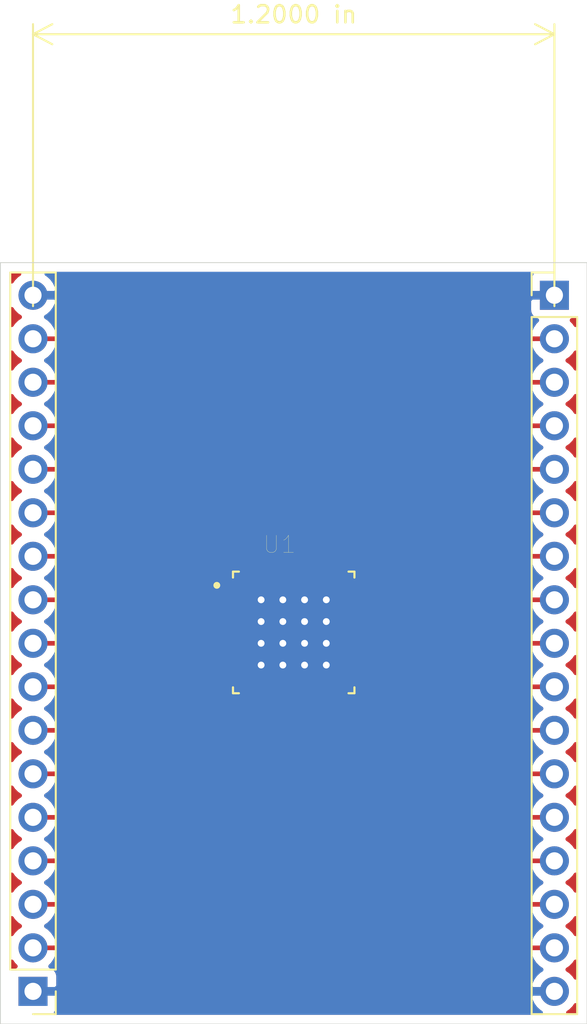
<source format=kicad_pcb>
(kicad_pcb (version 20171130) (host pcbnew "(5.1.5-0-10_14)")

  (general
    (thickness 1.6)
    (drawings 5)
    (tracks 153)
    (zones 0)
    (modules 3)
    (nets 32)
  )

  (page A4)
  (layers
    (0 F.Cu signal)
    (31 B.Cu signal)
    (32 B.Adhes user)
    (33 F.Adhes user)
    (34 B.Paste user)
    (35 F.Paste user)
    (36 B.SilkS user)
    (37 F.SilkS user)
    (38 B.Mask user)
    (39 F.Mask user)
    (40 Dwgs.User user)
    (41 Cmts.User user)
    (42 Eco1.User user)
    (43 Eco2.User user)
    (44 Edge.Cuts user)
    (45 Margin user)
    (46 B.CrtYd user)
    (47 F.CrtYd user)
    (48 B.Fab user)
    (49 F.Fab user)
  )

  (setup
    (last_trace_width 0.27)
    (user_trace_width 0.27)
    (trace_clearance 0.2)
    (zone_clearance 0.508)
    (zone_45_only no)
    (trace_min 0.2)
    (via_size 0.8)
    (via_drill 0.4)
    (via_min_size 0.4)
    (via_min_drill 0.3)
    (uvia_size 0.3)
    (uvia_drill 0.1)
    (uvias_allowed no)
    (uvia_min_size 0.2)
    (uvia_min_drill 0.1)
    (edge_width 0.05)
    (segment_width 0.2)
    (pcb_text_width 0.3)
    (pcb_text_size 1.5 1.5)
    (mod_edge_width 0.12)
    (mod_text_size 1 1)
    (mod_text_width 0.15)
    (pad_size 1.524 1.524)
    (pad_drill 0.762)
    (pad_to_mask_clearance 0.051)
    (solder_mask_min_width 0.25)
    (aux_axis_origin 0 0)
    (visible_elements FFFFFF7F)
    (pcbplotparams
      (layerselection 0x010fc_ffffffff)
      (usegerberextensions false)
      (usegerberattributes false)
      (usegerberadvancedattributes false)
      (creategerberjobfile false)
      (excludeedgelayer true)
      (linewidth 0.100000)
      (plotframeref false)
      (viasonmask false)
      (mode 1)
      (useauxorigin false)
      (hpglpennumber 1)
      (hpglpenspeed 20)
      (hpglpendiameter 15.000000)
      (psnegative false)
      (psa4output false)
      (plotreference true)
      (plotvalue true)
      (plotinvisibletext false)
      (padsonsilk false)
      (subtractmaskfromsilk false)
      (outputformat 1)
      (mirror false)
      (drillshape 0)
      (scaleselection 1)
      (outputdirectory ""))
  )

  (net 0 "")
  (net 1 EPAD)
  (net 2 "Net-(J1-Pad16)")
  (net 3 "Net-(J1-Pad15)")
  (net 4 "Net-(J1-Pad14)")
  (net 5 "Net-(J1-Pad13)")
  (net 6 "Net-(J1-Pad12)")
  (net 7 "Net-(J1-Pad11)")
  (net 8 "Net-(J1-Pad10)")
  (net 9 "Net-(J1-Pad9)")
  (net 10 "Net-(J1-Pad8)")
  (net 11 "Net-(J1-Pad7)")
  (net 12 "Net-(J1-Pad6)")
  (net 13 "Net-(J1-Pad5)")
  (net 14 "Net-(J1-Pad4)")
  (net 15 "Net-(J1-Pad3)")
  (net 16 "Net-(J1-Pad2)")
  (net 17 "Net-(J2-Pad16)")
  (net 18 "Net-(J2-Pad15)")
  (net 19 "Net-(J2-Pad14)")
  (net 20 "Net-(J2-Pad13)")
  (net 21 "Net-(J2-Pad12)")
  (net 22 "Net-(J2-Pad11)")
  (net 23 "Net-(J2-Pad10)")
  (net 24 "Net-(J2-Pad9)")
  (net 25 "Net-(J2-Pad8)")
  (net 26 "Net-(J2-Pad7)")
  (net 27 "Net-(J2-Pad6)")
  (net 28 "Net-(J2-Pad5)")
  (net 29 "Net-(J2-Pad4)")
  (net 30 "Net-(J2-Pad3)")
  (net 31 "Net-(J2-Pad2)")

  (net_class Default "This is the default net class."
    (clearance 0.2)
    (trace_width 0.25)
    (via_dia 0.8)
    (via_drill 0.4)
    (uvia_dia 0.3)
    (uvia_drill 0.1)
    (add_net EPAD)
    (add_net "Net-(J1-Pad10)")
    (add_net "Net-(J1-Pad11)")
    (add_net "Net-(J1-Pad12)")
    (add_net "Net-(J1-Pad13)")
    (add_net "Net-(J1-Pad14)")
    (add_net "Net-(J1-Pad15)")
    (add_net "Net-(J1-Pad16)")
    (add_net "Net-(J1-Pad2)")
    (add_net "Net-(J1-Pad3)")
    (add_net "Net-(J1-Pad4)")
    (add_net "Net-(J1-Pad5)")
    (add_net "Net-(J1-Pad6)")
    (add_net "Net-(J1-Pad7)")
    (add_net "Net-(J1-Pad8)")
    (add_net "Net-(J1-Pad9)")
    (add_net "Net-(J2-Pad10)")
    (add_net "Net-(J2-Pad11)")
    (add_net "Net-(J2-Pad12)")
    (add_net "Net-(J2-Pad13)")
    (add_net "Net-(J2-Pad14)")
    (add_net "Net-(J2-Pad15)")
    (add_net "Net-(J2-Pad16)")
    (add_net "Net-(J2-Pad2)")
    (add_net "Net-(J2-Pad3)")
    (add_net "Net-(J2-Pad4)")
    (add_net "Net-(J2-Pad5)")
    (add_net "Net-(J2-Pad6)")
    (add_net "Net-(J2-Pad7)")
    (add_net "Net-(J2-Pad8)")
    (add_net "Net-(J2-Pad9)")
  )

  (module L6207Q:QFN50P700X700X60-49N (layer F.Cu) (tedit 5EB09DF2) (tstamp 5EB0A6EA)
    (at 29.21 33.655)
    (path /5EB0BD35)
    (fp_text reference U1 (at -0.825 -5.135) (layer F.SilkS)
      (effects (font (size 1 1) (thickness 0.015)))
    )
    (fp_text value L6207Q (at 8.7 5.135) (layer F.Fab)
      (effects (font (size 1 1) (thickness 0.015)))
    )
    (fp_line (start 4.115 4.115) (end 4.115 -4.115) (layer F.CrtYd) (width 0.05))
    (fp_line (start -4.115 4.115) (end -4.115 -4.115) (layer F.CrtYd) (width 0.05))
    (fp_line (start -4.115 -4.115) (end 4.115 -4.115) (layer F.CrtYd) (width 0.05))
    (fp_line (start -4.115 4.115) (end 4.115 4.115) (layer F.CrtYd) (width 0.05))
    (fp_line (start -3.55 -3.55) (end -3.55 -3.205) (layer F.SilkS) (width 0.127))
    (fp_line (start -3.55 3.55) (end -3.55 3.205) (layer F.SilkS) (width 0.127))
    (fp_line (start 3.55 -3.55) (end 3.55 -3.205) (layer F.SilkS) (width 0.127))
    (fp_line (start 3.55 3.55) (end 3.55 3.205) (layer F.SilkS) (width 0.127))
    (fp_line (start -3.55 -3.55) (end -3.205 -3.55) (layer F.SilkS) (width 0.127))
    (fp_line (start -3.55 3.55) (end -3.205 3.55) (layer F.SilkS) (width 0.127))
    (fp_line (start 3.55 -3.55) (end 3.205 -3.55) (layer F.SilkS) (width 0.127))
    (fp_line (start 3.55 3.55) (end 3.205 3.55) (layer F.SilkS) (width 0.127))
    (fp_line (start -3.55 3.55) (end -3.55 -3.55) (layer F.Fab) (width 0.127))
    (fp_line (start 3.55 3.55) (end 3.55 -3.55) (layer F.Fab) (width 0.127))
    (fp_line (start 3.55 -3.55) (end -3.55 -3.55) (layer F.Fab) (width 0.127))
    (fp_line (start 3.55 3.55) (end -3.55 3.55) (layer F.Fab) (width 0.127))
    (fp_circle (center -4.495 -2.75) (end -4.395 -2.75) (layer F.Fab) (width 0.2))
    (fp_circle (center -4.495 -2.75) (end -4.395 -2.75) (layer F.SilkS) (width 0.2))
    (fp_poly (pts (xy 0.51 0.51) (xy 2.29 0.51) (xy 2.29 2.29) (xy 0.51 2.29)) (layer F.Paste) (width 0.01))
    (fp_poly (pts (xy -2.29 0.51) (xy -0.51 0.51) (xy -0.51 2.29) (xy -2.29 2.29)) (layer F.Paste) (width 0.01))
    (fp_poly (pts (xy 0.51 -2.29) (xy 2.29 -2.29) (xy 2.29 -0.51) (xy 0.51 -0.51)) (layer F.Paste) (width 0.01))
    (fp_poly (pts (xy -2.29 -2.29) (xy -0.51 -2.29) (xy -0.51 -0.51) (xy -2.29 -0.51)) (layer F.Paste) (width 0.01))
    (pad 49 smd rect (at 0 0) (size 5.6 5.6) (layers F.Cu F.Mask)
      (net 1 EPAD))
    (pad 36 smd rect (at 3.435 -2.75) (size 0.86 0.27) (layers F.Cu F.Paste F.Mask))
    (pad 35 smd rect (at 3.435 -2.25) (size 0.86 0.27) (layers F.Cu F.Paste F.Mask)
      (net 21 "Net-(J2-Pad12)"))
    (pad 34 smd rect (at 3.435 -1.75) (size 0.86 0.27) (layers F.Cu F.Paste F.Mask)
      (net 20 "Net-(J2-Pad13)"))
    (pad 33 smd rect (at 3.435 -1.25) (size 0.86 0.27) (layers F.Cu F.Paste F.Mask))
    (pad 32 smd rect (at 3.435 -0.75) (size 0.86 0.27) (layers F.Cu F.Paste F.Mask))
    (pad 31 smd rect (at 3.435 -0.25) (size 0.86 0.27) (layers F.Cu F.Paste F.Mask)
      (net 19 "Net-(J2-Pad14)"))
    (pad 30 smd rect (at 3.435 0.25) (size 0.86 0.27) (layers F.Cu F.Paste F.Mask))
    (pad 29 smd rect (at 3.435 0.75) (size 0.86 0.27) (layers F.Cu F.Paste F.Mask))
    (pad 28 smd rect (at 3.435 1.25) (size 0.86 0.27) (layers F.Cu F.Paste F.Mask))
    (pad 27 smd rect (at 3.435 1.75) (size 0.86 0.27) (layers F.Cu F.Paste F.Mask)
      (net 18 "Net-(J2-Pad15)"))
    (pad 26 smd rect (at 3.435 2.25) (size 0.86 0.27) (layers F.Cu F.Paste F.Mask)
      (net 17 "Net-(J2-Pad16)"))
    (pad 25 smd rect (at 3.435 2.75) (size 0.86 0.27) (layers F.Cu F.Paste F.Mask))
    (pad 12 smd rect (at -3.435 2.75) (size 0.86 0.27) (layers F.Cu F.Paste F.Mask))
    (pad 11 smd rect (at -3.435 2.25) (size 0.86 0.27) (layers F.Cu F.Paste F.Mask)
      (net 6 "Net-(J1-Pad12)"))
    (pad 10 smd rect (at -3.435 1.75) (size 0.86 0.27) (layers F.Cu F.Paste F.Mask)
      (net 5 "Net-(J1-Pad13)"))
    (pad 9 smd rect (at -3.435 1.25) (size 0.86 0.27) (layers F.Cu F.Paste F.Mask))
    (pad 8 smd rect (at -3.435 0.75) (size 0.86 0.27) (layers F.Cu F.Paste F.Mask))
    (pad 7 smd rect (at -3.435 0.25) (size 0.86 0.27) (layers F.Cu F.Paste F.Mask))
    (pad 6 smd rect (at -3.435 -0.25) (size 0.86 0.27) (layers F.Cu F.Paste F.Mask)
      (net 4 "Net-(J1-Pad14)"))
    (pad 5 smd rect (at -3.435 -0.75) (size 0.86 0.27) (layers F.Cu F.Paste F.Mask))
    (pad 4 smd rect (at -3.435 -1.25) (size 0.86 0.27) (layers F.Cu F.Paste F.Mask))
    (pad 3 smd rect (at -3.435 -1.75) (size 0.86 0.27) (layers F.Cu F.Paste F.Mask)
      (net 3 "Net-(J1-Pad15)"))
    (pad 2 smd rect (at -3.435 -2.25) (size 0.86 0.27) (layers F.Cu F.Paste F.Mask)
      (net 2 "Net-(J1-Pad16)"))
    (pad 1 smd rect (at -3.435 -2.75) (size 0.86 0.27) (layers F.Cu F.Paste F.Mask))
    (pad 48 smd rect (at -2.75 -3.435) (size 0.27 0.86) (layers F.Cu F.Paste F.Mask)
      (net 31 "Net-(J2-Pad2)"))
    (pad 47 smd rect (at -2.25 -3.435) (size 0.27 0.86) (layers F.Cu F.Paste F.Mask))
    (pad 46 smd rect (at -1.75 -3.435) (size 0.27 0.86) (layers F.Cu F.Paste F.Mask)
      (net 30 "Net-(J2-Pad3)"))
    (pad 45 smd rect (at -1.25 -3.435) (size 0.27 0.86) (layers F.Cu F.Paste F.Mask)
      (net 29 "Net-(J2-Pad4)"))
    (pad 44 smd rect (at -0.75 -3.435) (size 0.27 0.86) (layers F.Cu F.Paste F.Mask)
      (net 28 "Net-(J2-Pad5)"))
    (pad 43 smd rect (at -0.25 -3.435) (size 0.27 0.86) (layers F.Cu F.Paste F.Mask)
      (net 27 "Net-(J2-Pad6)"))
    (pad 42 smd rect (at 0.25 -3.435) (size 0.27 0.86) (layers F.Cu F.Paste F.Mask)
      (net 26 "Net-(J2-Pad7)"))
    (pad 41 smd rect (at 0.75 -3.435) (size 0.27 0.86) (layers F.Cu F.Paste F.Mask)
      (net 25 "Net-(J2-Pad8)"))
    (pad 40 smd rect (at 1.25 -3.435) (size 0.27 0.86) (layers F.Cu F.Paste F.Mask)
      (net 24 "Net-(J2-Pad9)"))
    (pad 39 smd rect (at 1.75 -3.435) (size 0.27 0.86) (layers F.Cu F.Paste F.Mask)
      (net 23 "Net-(J2-Pad10)"))
    (pad 38 smd rect (at 2.25 -3.435) (size 0.27 0.86) (layers F.Cu F.Paste F.Mask)
      (net 22 "Net-(J2-Pad11)"))
    (pad 37 smd rect (at 2.75 -3.435) (size 0.27 0.86) (layers F.Cu F.Paste F.Mask))
    (pad 24 smd rect (at 2.75 3.435) (size 0.27 0.86) (layers F.Cu F.Paste F.Mask))
    (pad 23 smd rect (at 2.25 3.435) (size 0.27 0.86) (layers F.Cu F.Paste F.Mask)
      (net 16 "Net-(J1-Pad2)"))
    (pad 22 smd rect (at 1.75 3.435) (size 0.27 0.86) (layers F.Cu F.Paste F.Mask)
      (net 15 "Net-(J1-Pad3)"))
    (pad 21 smd rect (at 1.25 3.435) (size 0.27 0.86) (layers F.Cu F.Paste F.Mask)
      (net 14 "Net-(J1-Pad4)"))
    (pad 20 smd rect (at 0.75 3.435) (size 0.27 0.86) (layers F.Cu F.Paste F.Mask)
      (net 13 "Net-(J1-Pad5)"))
    (pad 19 smd rect (at 0.25 3.435) (size 0.27 0.86) (layers F.Cu F.Paste F.Mask)
      (net 12 "Net-(J1-Pad6)"))
    (pad 18 smd rect (at -0.25 3.435) (size 0.27 0.86) (layers F.Cu F.Paste F.Mask)
      (net 11 "Net-(J1-Pad7)"))
    (pad 17 smd rect (at -0.75 3.435) (size 0.27 0.86) (layers F.Cu F.Paste F.Mask)
      (net 10 "Net-(J1-Pad8)"))
    (pad 16 smd rect (at -1.25 3.435) (size 0.27 0.86) (layers F.Cu F.Paste F.Mask)
      (net 9 "Net-(J1-Pad9)"))
    (pad 15 smd rect (at -1.75 3.435) (size 0.27 0.86) (layers F.Cu F.Paste F.Mask)
      (net 8 "Net-(J1-Pad10)"))
    (pad 14 smd rect (at -2.25 3.435) (size 0.27 0.86) (layers F.Cu F.Paste F.Mask))
    (pad 13 smd rect (at -2.75 3.435) (size 0.27 0.86) (layers F.Cu F.Paste F.Mask)
      (net 7 "Net-(J1-Pad11)"))
  )

  (module Connector_PinHeader_2.54mm:PinHeader_1x17_P2.54mm_Vertical (layer F.Cu) (tedit 59FED5CC) (tstamp 5EB0A69F)
    (at 44.45 13.97)
    (descr "Through hole straight pin header, 1x17, 2.54mm pitch, single row")
    (tags "Through hole pin header THT 1x17 2.54mm single row")
    (path /5EB1321A)
    (fp_text reference J2 (at 0 -2.33) (layer F.SilkS) hide
      (effects (font (size 1 1) (thickness 0.15)))
    )
    (fp_text value Conn_01x17_Female (at 0 42.97) (layer F.Fab) hide
      (effects (font (size 1 1) (thickness 0.15)))
    )
    (fp_text user %R (at 0 20.32 90) (layer F.Fab) hide
      (effects (font (size 1 1) (thickness 0.15)))
    )
    (fp_line (start 1.8 -1.8) (end -1.8 -1.8) (layer F.CrtYd) (width 0.05))
    (fp_line (start 1.8 42.45) (end 1.8 -1.8) (layer F.CrtYd) (width 0.05))
    (fp_line (start -1.8 42.45) (end 1.8 42.45) (layer F.CrtYd) (width 0.05))
    (fp_line (start -1.8 -1.8) (end -1.8 42.45) (layer F.CrtYd) (width 0.05))
    (fp_line (start -1.33 -1.33) (end 0 -1.33) (layer F.SilkS) (width 0.12))
    (fp_line (start -1.33 0) (end -1.33 -1.33) (layer F.SilkS) (width 0.12))
    (fp_line (start -1.33 1.27) (end 1.33 1.27) (layer F.SilkS) (width 0.12))
    (fp_line (start 1.33 1.27) (end 1.33 41.97) (layer F.SilkS) (width 0.12))
    (fp_line (start -1.33 1.27) (end -1.33 41.97) (layer F.SilkS) (width 0.12))
    (fp_line (start -1.33 41.97) (end 1.33 41.97) (layer F.SilkS) (width 0.12))
    (fp_line (start -1.27 -0.635) (end -0.635 -1.27) (layer F.Fab) (width 0.1))
    (fp_line (start -1.27 41.91) (end -1.27 -0.635) (layer F.Fab) (width 0.1))
    (fp_line (start 1.27 41.91) (end -1.27 41.91) (layer F.Fab) (width 0.1))
    (fp_line (start 1.27 -1.27) (end 1.27 41.91) (layer F.Fab) (width 0.1))
    (fp_line (start -0.635 -1.27) (end 1.27 -1.27) (layer F.Fab) (width 0.1))
    (pad 17 thru_hole oval (at 0 40.64) (size 1.7 1.7) (drill 1) (layers *.Cu *.Mask)
      (net 1 EPAD))
    (pad 16 thru_hole oval (at 0 38.1) (size 1.7 1.7) (drill 1) (layers *.Cu *.Mask)
      (net 17 "Net-(J2-Pad16)"))
    (pad 15 thru_hole oval (at 0 35.56) (size 1.7 1.7) (drill 1) (layers *.Cu *.Mask)
      (net 18 "Net-(J2-Pad15)"))
    (pad 14 thru_hole oval (at 0 33.02) (size 1.7 1.7) (drill 1) (layers *.Cu *.Mask)
      (net 19 "Net-(J2-Pad14)"))
    (pad 13 thru_hole oval (at 0 30.48) (size 1.7 1.7) (drill 1) (layers *.Cu *.Mask)
      (net 20 "Net-(J2-Pad13)"))
    (pad 12 thru_hole oval (at 0 27.94) (size 1.7 1.7) (drill 1) (layers *.Cu *.Mask)
      (net 21 "Net-(J2-Pad12)"))
    (pad 11 thru_hole oval (at 0 25.4) (size 1.7 1.7) (drill 1) (layers *.Cu *.Mask)
      (net 22 "Net-(J2-Pad11)"))
    (pad 10 thru_hole oval (at 0 22.86) (size 1.7 1.7) (drill 1) (layers *.Cu *.Mask)
      (net 23 "Net-(J2-Pad10)"))
    (pad 9 thru_hole oval (at 0 20.32) (size 1.7 1.7) (drill 1) (layers *.Cu *.Mask)
      (net 24 "Net-(J2-Pad9)"))
    (pad 8 thru_hole oval (at 0 17.78) (size 1.7 1.7) (drill 1) (layers *.Cu *.Mask)
      (net 25 "Net-(J2-Pad8)"))
    (pad 7 thru_hole oval (at 0 15.24) (size 1.7 1.7) (drill 1) (layers *.Cu *.Mask)
      (net 26 "Net-(J2-Pad7)"))
    (pad 6 thru_hole oval (at 0 12.7) (size 1.7 1.7) (drill 1) (layers *.Cu *.Mask)
      (net 27 "Net-(J2-Pad6)"))
    (pad 5 thru_hole oval (at 0 10.16) (size 1.7 1.7) (drill 1) (layers *.Cu *.Mask)
      (net 28 "Net-(J2-Pad5)"))
    (pad 4 thru_hole oval (at 0 7.62) (size 1.7 1.7) (drill 1) (layers *.Cu *.Mask)
      (net 29 "Net-(J2-Pad4)"))
    (pad 3 thru_hole oval (at 0 5.08) (size 1.7 1.7) (drill 1) (layers *.Cu *.Mask)
      (net 30 "Net-(J2-Pad3)"))
    (pad 2 thru_hole oval (at 0 2.54) (size 1.7 1.7) (drill 1) (layers *.Cu *.Mask)
      (net 31 "Net-(J2-Pad2)"))
    (pad 1 thru_hole rect (at 0 0) (size 1.7 1.7) (drill 1) (layers *.Cu *.Mask)
      (net 1 EPAD))
    (model ${KISYS3DMOD}/Connector_PinHeader_2.54mm.3dshapes/PinHeader_1x17_P2.54mm_Vertical.wrl
      (at (xyz 0 0 0))
      (scale (xyz 1 1 1))
      (rotate (xyz 0 0 0))
    )
  )

  (module Connector_PinHeader_2.54mm:PinHeader_1x17_P2.54mm_Vertical (layer F.Cu) (tedit 59FED5CC) (tstamp 5EB0ACC8)
    (at 13.97 54.61 180)
    (descr "Through hole straight pin header, 1x17, 2.54mm pitch, single row")
    (tags "Through hole pin header THT 1x17 2.54mm single row")
    (path /5EB0D015)
    (fp_text reference J1 (at 0 -2.33) (layer F.SilkS) hide
      (effects (font (size 1 1) (thickness 0.15)))
    )
    (fp_text value Conn_01x17_Female (at 0 42.97) (layer F.Fab) hide
      (effects (font (size 1 1) (thickness 0.15)))
    )
    (fp_text user %R (at 0 20.32 90) (layer F.Fab) hide
      (effects (font (size 1 1) (thickness 0.15)))
    )
    (fp_line (start 1.8 -1.8) (end -1.8 -1.8) (layer F.CrtYd) (width 0.05))
    (fp_line (start 1.8 42.45) (end 1.8 -1.8) (layer F.CrtYd) (width 0.05))
    (fp_line (start -1.8 42.45) (end 1.8 42.45) (layer F.CrtYd) (width 0.05))
    (fp_line (start -1.8 -1.8) (end -1.8 42.45) (layer F.CrtYd) (width 0.05))
    (fp_line (start -1.33 -1.33) (end 0 -1.33) (layer F.SilkS) (width 0.12))
    (fp_line (start -1.33 0) (end -1.33 -1.33) (layer F.SilkS) (width 0.12))
    (fp_line (start -1.33 1.27) (end 1.33 1.27) (layer F.SilkS) (width 0.12))
    (fp_line (start 1.33 1.27) (end 1.33 41.97) (layer F.SilkS) (width 0.12))
    (fp_line (start -1.33 1.27) (end -1.33 41.97) (layer F.SilkS) (width 0.12))
    (fp_line (start -1.33 41.97) (end 1.33 41.97) (layer F.SilkS) (width 0.12))
    (fp_line (start -1.27 -0.635) (end -0.635 -1.27) (layer F.Fab) (width 0.1))
    (fp_line (start -1.27 41.91) (end -1.27 -0.635) (layer F.Fab) (width 0.1))
    (fp_line (start 1.27 41.91) (end -1.27 41.91) (layer F.Fab) (width 0.1))
    (fp_line (start 1.27 -1.27) (end 1.27 41.91) (layer F.Fab) (width 0.1))
    (fp_line (start -0.635 -1.27) (end 1.27 -1.27) (layer F.Fab) (width 0.1))
    (pad 17 thru_hole oval (at 0 40.64 180) (size 1.7 1.7) (drill 1) (layers *.Cu *.Mask)
      (net 1 EPAD))
    (pad 16 thru_hole oval (at 0 38.1 180) (size 1.7 1.7) (drill 1) (layers *.Cu *.Mask)
      (net 2 "Net-(J1-Pad16)"))
    (pad 15 thru_hole oval (at 0 35.56 180) (size 1.7 1.7) (drill 1) (layers *.Cu *.Mask)
      (net 3 "Net-(J1-Pad15)"))
    (pad 14 thru_hole oval (at 0 33.02 180) (size 1.7 1.7) (drill 1) (layers *.Cu *.Mask)
      (net 4 "Net-(J1-Pad14)"))
    (pad 13 thru_hole oval (at 0 30.48 180) (size 1.7 1.7) (drill 1) (layers *.Cu *.Mask)
      (net 5 "Net-(J1-Pad13)"))
    (pad 12 thru_hole oval (at 0 27.94 180) (size 1.7 1.7) (drill 1) (layers *.Cu *.Mask)
      (net 6 "Net-(J1-Pad12)"))
    (pad 11 thru_hole oval (at 0 25.4 180) (size 1.7 1.7) (drill 1) (layers *.Cu *.Mask)
      (net 7 "Net-(J1-Pad11)"))
    (pad 10 thru_hole oval (at 0 22.86 180) (size 1.7 1.7) (drill 1) (layers *.Cu *.Mask)
      (net 8 "Net-(J1-Pad10)"))
    (pad 9 thru_hole oval (at 0 20.32 180) (size 1.7 1.7) (drill 1) (layers *.Cu *.Mask)
      (net 9 "Net-(J1-Pad9)"))
    (pad 8 thru_hole oval (at 0 17.78 180) (size 1.7 1.7) (drill 1) (layers *.Cu *.Mask)
      (net 10 "Net-(J1-Pad8)"))
    (pad 7 thru_hole oval (at 0 15.24 180) (size 1.7 1.7) (drill 1) (layers *.Cu *.Mask)
      (net 11 "Net-(J1-Pad7)"))
    (pad 6 thru_hole oval (at 0 12.7 180) (size 1.7 1.7) (drill 1) (layers *.Cu *.Mask)
      (net 12 "Net-(J1-Pad6)"))
    (pad 5 thru_hole oval (at 0 10.16 180) (size 1.7 1.7) (drill 1) (layers *.Cu *.Mask)
      (net 13 "Net-(J1-Pad5)"))
    (pad 4 thru_hole oval (at 0 7.62 180) (size 1.7 1.7) (drill 1) (layers *.Cu *.Mask)
      (net 14 "Net-(J1-Pad4)"))
    (pad 3 thru_hole oval (at 0 5.08 180) (size 1.7 1.7) (drill 1) (layers *.Cu *.Mask)
      (net 15 "Net-(J1-Pad3)"))
    (pad 2 thru_hole oval (at 0 2.54 180) (size 1.7 1.7) (drill 1) (layers *.Cu *.Mask)
      (net 16 "Net-(J1-Pad2)"))
    (pad 1 thru_hole rect (at 0 0 180) (size 1.7 1.7) (drill 1) (layers *.Cu *.Mask)
      (net 1 EPAD))
    (model ${KISYS3DMOD}/Connector_PinHeader_2.54mm.3dshapes/PinHeader_1x17_P2.54mm_Vertical.wrl
      (at (xyz 0 0 0))
      (scale (xyz 1 1 1))
      (rotate (xyz 0 0 0))
    )
  )

  (gr_line (start 46.355 12.065) (end 12.065 12.065) (layer Edge.Cuts) (width 0.05) (tstamp 5EB0B2D0))
  (gr_line (start 46.355 56.515) (end 46.355 12.065) (layer Edge.Cuts) (width 0.05))
  (gr_line (start 12.065 56.515) (end 46.355 56.515) (layer Edge.Cuts) (width 0.05))
  (gr_line (start 12.065 12.065) (end 12.065 56.515) (layer Edge.Cuts) (width 0.05))
  (dimension 30.48 (width 0.12) (layer F.SilkS) (tstamp 5EB0B1DC)
    (gr_text "30.480 mm" (at 29.21 -2.54) (layer F.SilkS) (tstamp 5EB0B1DD)
      (effects (font (size 1 1) (thickness 0.15)))
    )
    (feature1 (pts (xy 44.45 14.605) (xy 44.45 -1.856421)))
    (feature2 (pts (xy 13.97 14.605) (xy 13.97 -1.856421)))
    (crossbar (pts (xy 13.97 -1.27) (xy 44.45 -1.27)))
    (arrow1a (pts (xy 44.45 -1.27) (xy 43.323496 -0.683579)))
    (arrow1b (pts (xy 44.45 -1.27) (xy 43.323496 -1.856421)))
    (arrow2a (pts (xy 13.97 -1.27) (xy 15.096504 -0.683579)))
    (arrow2b (pts (xy 13.97 -1.27) (xy 15.096504 -1.856421)))
  )

  (via (at 28.575 34.29) (size 0.8) (drill 0.4) (layers F.Cu B.Cu) (net 1))
  (via (at 29.845 33.02) (size 0.8) (drill 0.4) (layers F.Cu B.Cu) (net 1))
  (via (at 27.305 33.02) (size 0.8) (drill 0.4) (layers F.Cu B.Cu) (net 1))
  (via (at 28.575 33.02) (size 0.8) (drill 0.4) (layers F.Cu B.Cu) (net 1))
  (via (at 27.305 31.75) (size 0.8) (drill 0.4) (layers F.Cu B.Cu) (net 1))
  (via (at 27.305 35.56) (size 0.8) (drill 0.4) (layers F.Cu B.Cu) (net 1))
  (via (at 28.575 35.56) (size 0.8) (drill 0.4) (layers F.Cu B.Cu) (net 1))
  (via (at 31.115 31.75) (size 0.8) (drill 0.4) (layers F.Cu B.Cu) (net 1))
  (via (at 28.575 31.75) (size 0.8) (drill 0.4) (layers F.Cu B.Cu) (net 1))
  (via (at 29.845 34.29) (size 0.8) (drill 0.4) (layers F.Cu B.Cu) (net 1))
  (via (at 31.115 33.02) (size 0.8) (drill 0.4) (layers F.Cu B.Cu) (net 1))
  (via (at 29.845 31.75) (size 0.8) (drill 0.4) (layers F.Cu B.Cu) (net 1))
  (via (at 31.115 34.29) (size 0.8) (drill 0.4) (layers F.Cu B.Cu) (net 1))
  (via (at 27.305 34.29) (size 0.8) (drill 0.4) (layers F.Cu B.Cu) (net 1))
  (via (at 29.845 35.56) (size 0.8) (drill 0.4) (layers F.Cu B.Cu) (net 1))
  (via (at 31.115 35.56) (size 0.8) (drill 0.4) (layers F.Cu B.Cu) (net 1))
  (segment (start 22.86 16.51) (end 13.97 16.51) (width 0.27) (layer F.Cu) (net 2))
  (segment (start 22.86 29.158002) (end 22.86 16.51) (width 0.27) (layer F.Cu) (net 2))
  (segment (start 25.106998 31.405) (end 22.86 29.158002) (width 0.27) (layer F.Cu) (net 2))
  (segment (start 25.775 31.405) (end 25.106998 31.405) (width 0.27) (layer F.Cu) (net 2))
  (segment (start 25.52501 31.87501) (end 24.912313 31.875009) (width 0.27) (layer F.Cu) (net 3))
  (segment (start 25.555 31.905) (end 25.52501 31.87501) (width 0.27) (layer F.Cu) (net 3))
  (segment (start 25.775 31.905) (end 25.555 31.905) (width 0.27) (layer F.Cu) (net 3))
  (segment (start 24.912313 31.875009) (end 22.38999 29.352686) (width 0.27) (layer F.Cu) (net 3))
  (segment (start 22.38999 29.352686) (end 22.38999 19.05) (width 0.27) (layer F.Cu) (net 3))
  (segment (start 22.38999 19.05) (end 13.97 19.05) (width 0.27) (layer F.Cu) (net 3))
  (segment (start 25.075 33.405) (end 21.59 29.92) (width 0.27) (layer F.Cu) (net 4))
  (segment (start 25.775 33.405) (end 25.075 33.405) (width 0.27) (layer F.Cu) (net 4))
  (segment (start 21.59 29.92) (end 21.59 21.59) (width 0.27) (layer F.Cu) (net 4))
  (segment (start 21.59 21.59) (end 13.97 21.59) (width 0.27) (layer F.Cu) (net 4))
  (segment (start 25.075 35.405) (end 20.32 30.65) (width 0.27) (layer F.Cu) (net 5))
  (segment (start 25.775 35.405) (end 25.075 35.405) (width 0.27) (layer F.Cu) (net 5))
  (segment (start 20.32 30.65) (end 20.32 24.13) (width 0.27) (layer F.Cu) (net 5))
  (segment (start 20.32 24.13) (end 13.97 24.13) (width 0.27) (layer F.Cu) (net 5))
  (segment (start 24.910306 35.905) (end 19.05 30.044694) (width 0.27) (layer F.Cu) (net 6))
  (segment (start 25.775 35.905) (end 24.910306 35.905) (width 0.27) (layer F.Cu) (net 6))
  (segment (start 19.05 30.044694) (end 19.05 26.67) (width 0.27) (layer F.Cu) (net 6))
  (segment (start 19.05 26.67) (end 13.97 26.67) (width 0.27) (layer F.Cu) (net 6))
  (segment (start 17.411998 29.21) (end 13.97 29.21) (width 0.27) (layer F.Cu) (net 7))
  (segment (start 25.291998 37.09) (end 17.411998 29.21) (width 0.27) (layer F.Cu) (net 7))
  (segment (start 26.46 37.09) (end 25.291998 37.09) (width 0.27) (layer F.Cu) (net 7))
  (segment (start 27.394999 37.855001) (end 25.155001 37.855001) (width 0.27) (layer F.Cu) (net 8))
  (segment (start 27.46 37.79) (end 27.394999 37.855001) (width 0.27) (layer F.Cu) (net 8))
  (segment (start 27.46 37.09) (end 27.46 37.79) (width 0.27) (layer F.Cu) (net 8))
  (segment (start 19.05 31.75) (end 13.97 31.75) (width 0.27) (layer F.Cu) (net 8))
  (segment (start 25.155001 37.855001) (end 19.05 31.75) (width 0.27) (layer F.Cu) (net 8))
  (segment (start 27.589683 38.325011) (end 24.355011 38.325011) (width 0.27) (layer F.Cu) (net 9))
  (segment (start 27.96 37.954694) (end 27.589683 38.325011) (width 0.27) (layer F.Cu) (net 9))
  (segment (start 27.96 37.09) (end 27.96 37.954694) (width 0.27) (layer F.Cu) (net 9))
  (segment (start 20.32 34.29) (end 13.97 34.29) (width 0.27) (layer F.Cu) (net 9))
  (segment (start 24.355011 38.325011) (end 20.32 34.29) (width 0.27) (layer F.Cu) (net 9))
  (segment (start 28.46 37.35) (end 28.43001 37.37999) (width 0.27) (layer F.Cu) (net 10))
  (segment (start 28.43001 37.37999) (end 28.43001 38.24499) (width 0.27) (layer F.Cu) (net 10))
  (segment (start 28.46 37.09) (end 28.46 37.35) (width 0.27) (layer F.Cu) (net 10))
  (segment (start 27.879979 38.795021) (end 23.555021 38.795021) (width 0.27) (layer F.Cu) (net 10))
  (segment (start 28.43001 38.24499) (end 27.879979 38.795021) (width 0.27) (layer F.Cu) (net 10))
  (segment (start 21.59 36.83) (end 13.97 36.83) (width 0.27) (layer F.Cu) (net 10))
  (segment (start 23.555021 38.795021) (end 21.59 36.83) (width 0.27) (layer F.Cu) (net 10))
  (segment (start 28.96 37.09) (end 28.96 38.985) (width 0.27) (layer F.Cu) (net 11))
  (segment (start 28.575 39.37) (end 13.97 39.37) (width 0.27) (layer F.Cu) (net 11))
  (segment (start 28.96 38.985) (end 28.575 39.37) (width 0.27) (layer F.Cu) (net 11))
  (segment (start 15.172081 41.91) (end 13.97 41.91) (width 0.27) (layer F.Cu) (net 12))
  (segment (start 29.46 39.149694) (end 26.699694 41.91) (width 0.27) (layer F.Cu) (net 12))
  (segment (start 26.699694 41.91) (end 15.172081 41.91) (width 0.27) (layer F.Cu) (net 12))
  (segment (start 29.46 37.09) (end 29.46 39.149694) (width 0.27) (layer F.Cu) (net 12))
  (segment (start 29.96 37.35) (end 29.93001 37.37999) (width 0.27) (layer F.Cu) (net 13))
  (segment (start 29.96 37.09) (end 29.96 37.35) (width 0.27) (layer F.Cu) (net 13))
  (segment (start 15.172081 44.45) (end 13.97 44.45) (width 0.27) (layer F.Cu) (net 13))
  (segment (start 24.824388 44.45) (end 15.172081 44.45) (width 0.27) (layer F.Cu) (net 13))
  (segment (start 29.930009 39.344379) (end 24.824388 44.45) (width 0.27) (layer F.Cu) (net 13))
  (segment (start 29.93001 37.37999) (end 29.930009 39.344379) (width 0.27) (layer F.Cu) (net 13))
  (segment (start 30.46 37.09) (end 30.46 39.35) (width 0.27) (layer F.Cu) (net 14))
  (segment (start 15.172081 46.99) (end 13.97 46.99) (width 0.27) (layer F.Cu) (net 14))
  (segment (start 30.400018 39.539064) (end 22.949082 46.99) (width 0.27) (layer F.Cu) (net 14))
  (segment (start 22.949082 46.99) (end 15.172081 46.99) (width 0.27) (layer F.Cu) (net 14))
  (segment (start 30.400019 39.409981) (end 30.400018 39.539064) (width 0.27) (layer F.Cu) (net 14))
  (segment (start 30.46 39.35) (end 30.400019 39.409981) (width 0.27) (layer F.Cu) (net 14))
  (segment (start 15.172081 49.53) (end 13.97 49.53) (width 0.27) (layer F.Cu) (net 15))
  (segment (start 30.96 39.643776) (end 21.073776 49.53) (width 0.27) (layer F.Cu) (net 15))
  (segment (start 21.073776 49.53) (end 15.172081 49.53) (width 0.27) (layer F.Cu) (net 15))
  (segment (start 30.96 37.09) (end 30.96 39.643776) (width 0.27) (layer F.Cu) (net 15))
  (segment (start 19.19847 52.07) (end 15.172081 52.07) (width 0.27) (layer F.Cu) (net 16))
  (segment (start 15.172081 52.07) (end 13.97 52.07) (width 0.27) (layer F.Cu) (net 16))
  (segment (start 31.46 39.80847) (end 19.19847 52.07) (width 0.27) (layer F.Cu) (net 16))
  (segment (start 31.46 37.09) (end 31.46 39.80847) (width 0.27) (layer F.Cu) (net 16))
  (segment (start 33.313002 35.905) (end 33.655 36.246998) (width 0.27) (layer F.Cu) (net 17))
  (segment (start 32.645 35.905) (end 33.313002 35.905) (width 0.27) (layer F.Cu) (net 17))
  (segment (start 33.655 36.246998) (end 33.655 52.07) (width 0.27) (layer F.Cu) (net 17))
  (segment (start 33.655 52.07) (end 44.45 52.07) (width 0.27) (layer F.Cu) (net 17))
  (segment (start 33.477696 35.405) (end 34.12501 36.052314) (width 0.27) (layer F.Cu) (net 18))
  (segment (start 32.645 35.405) (end 33.477696 35.405) (width 0.27) (layer F.Cu) (net 18))
  (segment (start 34.12501 36.052314) (end 34.12501 49.53) (width 0.27) (layer F.Cu) (net 18))
  (segment (start 34.12501 49.53) (end 44.45 49.53) (width 0.27) (layer F.Cu) (net 18))
  (segment (start 34.59502 46.99) (end 44.45 46.99) (width 0.27) (layer F.Cu) (net 19))
  (segment (start 34.59502 34.687018) (end 34.59502 46.99) (width 0.27) (layer F.Cu) (net 19))
  (segment (start 33.313002 33.405) (end 34.59502 34.687018) (width 0.27) (layer F.Cu) (net 19))
  (segment (start 32.645 33.405) (end 33.313002 33.405) (width 0.27) (layer F.Cu) (net 19))
  (segment (start 35.06503 33.657028) (end 35.06503 44.45) (width 0.27) (layer F.Cu) (net 20))
  (segment (start 33.313002 31.905) (end 35.06503 33.657028) (width 0.27) (layer F.Cu) (net 20))
  (segment (start 35.06503 44.45) (end 44.45 44.45) (width 0.27) (layer F.Cu) (net 20))
  (segment (start 32.645 31.905) (end 33.313002 31.905) (width 0.27) (layer F.Cu) (net 20))
  (segment (start 33.477696 31.405) (end 35.56 33.487304) (width 0.27) (layer F.Cu) (net 21))
  (segment (start 32.645 31.405) (end 33.477696 31.405) (width 0.27) (layer F.Cu) (net 21))
  (segment (start 35.56 33.487304) (end 35.56 41.91) (width 0.27) (layer F.Cu) (net 21))
  (segment (start 35.56 41.91) (end 44.45 41.91) (width 0.27) (layer F.Cu) (net 21))
  (segment (start 36.03001 39.37) (end 44.45 39.37) (width 0.27) (layer F.Cu) (net 22))
  (segment (start 32.363001 29.454999) (end 36.03001 33.122008) (width 0.27) (layer F.Cu) (net 22))
  (segment (start 31.46 30.22) (end 31.46 29.551998) (width 0.27) (layer F.Cu) (net 22))
  (segment (start 36.03001 33.122008) (end 36.03001 39.37) (width 0.27) (layer F.Cu) (net 22))
  (segment (start 31.556999 29.454999) (end 32.363001 29.454999) (width 0.27) (layer F.Cu) (net 22))
  (segment (start 31.46 29.551998) (end 31.556999 29.454999) (width 0.27) (layer F.Cu) (net 22))
  (segment (start 32.557686 28.98499) (end 36.50002 32.927324) (width 0.27) (layer F.Cu) (net 23))
  (segment (start 30.96 29.387304) (end 31.362315 28.984989) (width 0.27) (layer F.Cu) (net 23))
  (segment (start 31.362315 28.984989) (end 32.557686 28.98499) (width 0.27) (layer F.Cu) (net 23))
  (segment (start 30.96 30.22) (end 30.96 29.387304) (width 0.27) (layer F.Cu) (net 23))
  (segment (start 36.50002 32.927324) (end 36.50002 36.83) (width 0.27) (layer F.Cu) (net 23))
  (segment (start 36.50002 36.83) (end 44.45 36.83) (width 0.27) (layer F.Cu) (net 23))
  (segment (start 32.752371 28.514981) (end 36.97003 32.73264) (width 0.27) (layer F.Cu) (net 24))
  (segment (start 30.46 29.22261) (end 31.167632 28.51498) (width 0.27) (layer F.Cu) (net 24))
  (segment (start 31.167632 28.51498) (end 32.752371 28.514981) (width 0.27) (layer F.Cu) (net 24))
  (segment (start 30.46 30.22) (end 30.46 29.22261) (width 0.27) (layer F.Cu) (net 24))
  (segment (start 36.97003 32.73264) (end 36.97003 34.29) (width 0.27) (layer F.Cu) (net 24))
  (segment (start 36.97003 34.29) (end 44.45 34.29) (width 0.27) (layer F.Cu) (net 24))
  (segment (start 29.96 29.05792) (end 30.972949 28.044971) (width 0.27) (layer F.Cu) (net 25))
  (segment (start 30.972949 28.044971) (end 33.124971 28.044971) (width 0.27) (layer F.Cu) (net 25))
  (segment (start 29.96 30.22) (end 29.96 29.05792) (width 0.27) (layer F.Cu) (net 25))
  (segment (start 36.83 31.75) (end 44.45 31.75) (width 0.27) (layer F.Cu) (net 25))
  (segment (start 33.124971 28.044971) (end 36.83 31.75) (width 0.27) (layer F.Cu) (net 25))
  (segment (start 30.778265 27.574961) (end 33.319656 27.574962) (width 0.27) (layer F.Cu) (net 26))
  (segment (start 29.46 28.893226) (end 30.778265 27.574961) (width 0.27) (layer F.Cu) (net 26))
  (segment (start 29.46 30.22) (end 29.46 28.893226) (width 0.27) (layer F.Cu) (net 26))
  (segment (start 34.954694 29.21) (end 44.45 29.21) (width 0.27) (layer F.Cu) (net 26))
  (segment (start 33.319656 27.574962) (end 34.954694 29.21) (width 0.27) (layer F.Cu) (net 26))
  (segment (start 43.247919 26.67) (end 44.45 26.67) (width 0.27) (layer F.Cu) (net 27))
  (segment (start 31.018534 26.67) (end 43.247919 26.67) (width 0.27) (layer F.Cu) (net 27))
  (segment (start 28.96 28.728534) (end 31.018534 26.67) (width 0.27) (layer F.Cu) (net 27))
  (segment (start 28.96 30.22) (end 28.96 28.728534) (width 0.27) (layer F.Cu) (net 27))
  (segment (start 43.247919 24.13) (end 44.45 24.13) (width 0.27) (layer F.Cu) (net 28))
  (segment (start 32.89384 24.13) (end 43.247919 24.13) (width 0.27) (layer F.Cu) (net 28))
  (segment (start 28.46 28.56384) (end 32.89384 24.13) (width 0.27) (layer F.Cu) (net 28))
  (segment (start 28.46 30.22) (end 28.46 28.56384) (width 0.27) (layer F.Cu) (net 28))
  (segment (start 43.247919 21.59) (end 44.45 21.59) (width 0.27) (layer F.Cu) (net 29))
  (segment (start 27.96 28.399146) (end 34.769146 21.59) (width 0.27) (layer F.Cu) (net 29))
  (segment (start 34.769146 21.59) (end 43.247919 21.59) (width 0.27) (layer F.Cu) (net 29))
  (segment (start 27.96 30.22) (end 27.96 28.399146) (width 0.27) (layer F.Cu) (net 29))
  (segment (start 43.247919 19.05) (end 44.45 19.05) (width 0.27) (layer F.Cu) (net 30))
  (segment (start 36.644452 19.05) (end 43.247919 19.05) (width 0.27) (layer F.Cu) (net 30))
  (segment (start 27.46 28.234452) (end 36.644452 19.05) (width 0.27) (layer F.Cu) (net 30))
  (segment (start 27.46 30.22) (end 27.46 28.234452) (width 0.27) (layer F.Cu) (net 30))
  (segment (start 43.247919 16.51) (end 44.45 16.51) (width 0.27) (layer F.Cu) (net 31))
  (segment (start 38.519758 16.51) (end 43.247919 16.51) (width 0.27) (layer F.Cu) (net 31))
  (segment (start 26.46 28.569758) (end 38.519758 16.51) (width 0.27) (layer F.Cu) (net 31))
  (segment (start 26.46 30.22) (end 26.46 28.569758) (width 0.27) (layer F.Cu) (net 31))

  (zone (net 1) (net_name EPAD) (layer B.Cu) (tstamp 5EB0B8C4) (hatch edge 0.508)
    (connect_pads (clearance 0.508))
    (min_thickness 0.254)
    (fill yes (arc_segments 32) (thermal_gap 0.508) (thermal_bridge_width 0.508))
    (polygon
      (pts
        (xy 46.355 56.515) (xy 12.065 56.515) (xy 12.065 12.065) (xy 46.355 12.065)
      )
    )
    (filled_polygon
      (pts
        (xy 43.069463 12.765506) (xy 43.010498 12.87582) (xy 42.974188 12.995518) (xy 42.961928 13.12) (xy 42.965 13.68425)
        (xy 43.12375 13.843) (xy 44.323 13.843) (xy 44.323 13.823) (xy 44.577 13.823) (xy 44.577 13.843)
        (xy 44.597 13.843) (xy 44.597 14.097) (xy 44.577 14.097) (xy 44.577 14.117) (xy 44.323 14.117)
        (xy 44.323 14.097) (xy 43.12375 14.097) (xy 42.965 14.25575) (xy 42.961928 14.82) (xy 42.974188 14.944482)
        (xy 43.010498 15.06418) (xy 43.069463 15.174494) (xy 43.148815 15.271185) (xy 43.245506 15.350537) (xy 43.35582 15.409502)
        (xy 43.42838 15.431513) (xy 43.296525 15.563368) (xy 43.13401 15.806589) (xy 43.022068 16.076842) (xy 42.965 16.36374)
        (xy 42.965 16.65626) (xy 43.022068 16.943158) (xy 43.13401 17.213411) (xy 43.296525 17.456632) (xy 43.503368 17.663475)
        (xy 43.67776 17.78) (xy 43.503368 17.896525) (xy 43.296525 18.103368) (xy 43.13401 18.346589) (xy 43.022068 18.616842)
        (xy 42.965 18.90374) (xy 42.965 19.19626) (xy 43.022068 19.483158) (xy 43.13401 19.753411) (xy 43.296525 19.996632)
        (xy 43.503368 20.203475) (xy 43.67776 20.32) (xy 43.503368 20.436525) (xy 43.296525 20.643368) (xy 43.13401 20.886589)
        (xy 43.022068 21.156842) (xy 42.965 21.44374) (xy 42.965 21.73626) (xy 43.022068 22.023158) (xy 43.13401 22.293411)
        (xy 43.296525 22.536632) (xy 43.503368 22.743475) (xy 43.67776 22.86) (xy 43.503368 22.976525) (xy 43.296525 23.183368)
        (xy 43.13401 23.426589) (xy 43.022068 23.696842) (xy 42.965 23.98374) (xy 42.965 24.27626) (xy 43.022068 24.563158)
        (xy 43.13401 24.833411) (xy 43.296525 25.076632) (xy 43.503368 25.283475) (xy 43.67776 25.4) (xy 43.503368 25.516525)
        (xy 43.296525 25.723368) (xy 43.13401 25.966589) (xy 43.022068 26.236842) (xy 42.965 26.52374) (xy 42.965 26.81626)
        (xy 43.022068 27.103158) (xy 43.13401 27.373411) (xy 43.296525 27.616632) (xy 43.503368 27.823475) (xy 43.67776 27.94)
        (xy 43.503368 28.056525) (xy 43.296525 28.263368) (xy 43.13401 28.506589) (xy 43.022068 28.776842) (xy 42.965 29.06374)
        (xy 42.965 29.35626) (xy 43.022068 29.643158) (xy 43.13401 29.913411) (xy 43.296525 30.156632) (xy 43.503368 30.363475)
        (xy 43.67776 30.48) (xy 43.503368 30.596525) (xy 43.296525 30.803368) (xy 43.13401 31.046589) (xy 43.022068 31.316842)
        (xy 42.965 31.60374) (xy 42.965 31.89626) (xy 43.022068 32.183158) (xy 43.13401 32.453411) (xy 43.296525 32.696632)
        (xy 43.503368 32.903475) (xy 43.67776 33.02) (xy 43.503368 33.136525) (xy 43.296525 33.343368) (xy 43.13401 33.586589)
        (xy 43.022068 33.856842) (xy 42.965 34.14374) (xy 42.965 34.43626) (xy 43.022068 34.723158) (xy 43.13401 34.993411)
        (xy 43.296525 35.236632) (xy 43.503368 35.443475) (xy 43.67776 35.56) (xy 43.503368 35.676525) (xy 43.296525 35.883368)
        (xy 43.13401 36.126589) (xy 43.022068 36.396842) (xy 42.965 36.68374) (xy 42.965 36.97626) (xy 43.022068 37.263158)
        (xy 43.13401 37.533411) (xy 43.296525 37.776632) (xy 43.503368 37.983475) (xy 43.67776 38.1) (xy 43.503368 38.216525)
        (xy 43.296525 38.423368) (xy 43.13401 38.666589) (xy 43.022068 38.936842) (xy 42.965 39.22374) (xy 42.965 39.51626)
        (xy 43.022068 39.803158) (xy 43.13401 40.073411) (xy 43.296525 40.316632) (xy 43.503368 40.523475) (xy 43.67776 40.64)
        (xy 43.503368 40.756525) (xy 43.296525 40.963368) (xy 43.13401 41.206589) (xy 43.022068 41.476842) (xy 42.965 41.76374)
        (xy 42.965 42.05626) (xy 43.022068 42.343158) (xy 43.13401 42.613411) (xy 43.296525 42.856632) (xy 43.503368 43.063475)
        (xy 43.67776 43.18) (xy 43.503368 43.296525) (xy 43.296525 43.503368) (xy 43.13401 43.746589) (xy 43.022068 44.016842)
        (xy 42.965 44.30374) (xy 42.965 44.59626) (xy 43.022068 44.883158) (xy 43.13401 45.153411) (xy 43.296525 45.396632)
        (xy 43.503368 45.603475) (xy 43.67776 45.72) (xy 43.503368 45.836525) (xy 43.296525 46.043368) (xy 43.13401 46.286589)
        (xy 43.022068 46.556842) (xy 42.965 46.84374) (xy 42.965 47.13626) (xy 43.022068 47.423158) (xy 43.13401 47.693411)
        (xy 43.296525 47.936632) (xy 43.503368 48.143475) (xy 43.67776 48.26) (xy 43.503368 48.376525) (xy 43.296525 48.583368)
        (xy 43.13401 48.826589) (xy 43.022068 49.096842) (xy 42.965 49.38374) (xy 42.965 49.67626) (xy 43.022068 49.963158)
        (xy 43.13401 50.233411) (xy 43.296525 50.476632) (xy 43.503368 50.683475) (xy 43.67776 50.8) (xy 43.503368 50.916525)
        (xy 43.296525 51.123368) (xy 43.13401 51.366589) (xy 43.022068 51.636842) (xy 42.965 51.92374) (xy 42.965 52.21626)
        (xy 43.022068 52.503158) (xy 43.13401 52.773411) (xy 43.296525 53.016632) (xy 43.503368 53.223475) (xy 43.685534 53.345195)
        (xy 43.568645 53.414822) (xy 43.352412 53.609731) (xy 43.178359 53.84308) (xy 43.053175 54.105901) (xy 43.008524 54.25311)
        (xy 43.129845 54.483) (xy 44.323 54.483) (xy 44.323 54.463) (xy 44.577 54.463) (xy 44.577 54.483)
        (xy 44.597 54.483) (xy 44.597 54.737) (xy 44.577 54.737) (xy 44.577 54.757) (xy 44.323 54.757)
        (xy 44.323 54.737) (xy 43.129845 54.737) (xy 43.008524 54.96689) (xy 43.053175 55.114099) (xy 43.178359 55.37692)
        (xy 43.352412 55.610269) (xy 43.568645 55.805178) (xy 43.652285 55.855) (xy 15.317295 55.855) (xy 15.350537 55.814494)
        (xy 15.409502 55.70418) (xy 15.445812 55.584482) (xy 15.458072 55.46) (xy 15.455 54.89575) (xy 15.29625 54.737)
        (xy 14.097 54.737) (xy 14.097 54.757) (xy 13.843 54.757) (xy 13.843 54.737) (xy 13.823 54.737)
        (xy 13.823 54.483) (xy 13.843 54.483) (xy 13.843 54.463) (xy 14.097 54.463) (xy 14.097 54.483)
        (xy 15.29625 54.483) (xy 15.455 54.32425) (xy 15.458072 53.76) (xy 15.445812 53.635518) (xy 15.409502 53.51582)
        (xy 15.350537 53.405506) (xy 15.271185 53.308815) (xy 15.174494 53.229463) (xy 15.06418 53.170498) (xy 14.99162 53.148487)
        (xy 15.123475 53.016632) (xy 15.28599 52.773411) (xy 15.397932 52.503158) (xy 15.455 52.21626) (xy 15.455 51.92374)
        (xy 15.397932 51.636842) (xy 15.28599 51.366589) (xy 15.123475 51.123368) (xy 14.916632 50.916525) (xy 14.74224 50.8)
        (xy 14.916632 50.683475) (xy 15.123475 50.476632) (xy 15.28599 50.233411) (xy 15.397932 49.963158) (xy 15.455 49.67626)
        (xy 15.455 49.38374) (xy 15.397932 49.096842) (xy 15.28599 48.826589) (xy 15.123475 48.583368) (xy 14.916632 48.376525)
        (xy 14.74224 48.26) (xy 14.916632 48.143475) (xy 15.123475 47.936632) (xy 15.28599 47.693411) (xy 15.397932 47.423158)
        (xy 15.455 47.13626) (xy 15.455 46.84374) (xy 15.397932 46.556842) (xy 15.28599 46.286589) (xy 15.123475 46.043368)
        (xy 14.916632 45.836525) (xy 14.74224 45.72) (xy 14.916632 45.603475) (xy 15.123475 45.396632) (xy 15.28599 45.153411)
        (xy 15.397932 44.883158) (xy 15.455 44.59626) (xy 15.455 44.30374) (xy 15.397932 44.016842) (xy 15.28599 43.746589)
        (xy 15.123475 43.503368) (xy 14.916632 43.296525) (xy 14.74224 43.18) (xy 14.916632 43.063475) (xy 15.123475 42.856632)
        (xy 15.28599 42.613411) (xy 15.397932 42.343158) (xy 15.455 42.05626) (xy 15.455 41.76374) (xy 15.397932 41.476842)
        (xy 15.28599 41.206589) (xy 15.123475 40.963368) (xy 14.916632 40.756525) (xy 14.74224 40.64) (xy 14.916632 40.523475)
        (xy 15.123475 40.316632) (xy 15.28599 40.073411) (xy 15.397932 39.803158) (xy 15.455 39.51626) (xy 15.455 39.22374)
        (xy 15.397932 38.936842) (xy 15.28599 38.666589) (xy 15.123475 38.423368) (xy 14.916632 38.216525) (xy 14.74224 38.1)
        (xy 14.916632 37.983475) (xy 15.123475 37.776632) (xy 15.28599 37.533411) (xy 15.397932 37.263158) (xy 15.455 36.97626)
        (xy 15.455 36.68374) (xy 15.397932 36.396842) (xy 15.28599 36.126589) (xy 15.123475 35.883368) (xy 14.916632 35.676525)
        (xy 14.74224 35.56) (xy 14.916632 35.443475) (xy 15.123475 35.236632) (xy 15.28599 34.993411) (xy 15.397932 34.723158)
        (xy 15.455 34.43626) (xy 15.455 34.14374) (xy 15.397932 33.856842) (xy 15.28599 33.586589) (xy 15.123475 33.343368)
        (xy 14.916632 33.136525) (xy 14.74224 33.02) (xy 14.916632 32.903475) (xy 15.123475 32.696632) (xy 15.28599 32.453411)
        (xy 15.397932 32.183158) (xy 15.455 31.89626) (xy 15.455 31.60374) (xy 15.397932 31.316842) (xy 15.28599 31.046589)
        (xy 15.123475 30.803368) (xy 14.916632 30.596525) (xy 14.74224 30.48) (xy 14.916632 30.363475) (xy 15.123475 30.156632)
        (xy 15.28599 29.913411) (xy 15.397932 29.643158) (xy 15.455 29.35626) (xy 15.455 29.06374) (xy 15.397932 28.776842)
        (xy 15.28599 28.506589) (xy 15.123475 28.263368) (xy 14.916632 28.056525) (xy 14.74224 27.94) (xy 14.916632 27.823475)
        (xy 15.123475 27.616632) (xy 15.28599 27.373411) (xy 15.397932 27.103158) (xy 15.455 26.81626) (xy 15.455 26.52374)
        (xy 15.397932 26.236842) (xy 15.28599 25.966589) (xy 15.123475 25.723368) (xy 14.916632 25.516525) (xy 14.74224 25.4)
        (xy 14.916632 25.283475) (xy 15.123475 25.076632) (xy 15.28599 24.833411) (xy 15.397932 24.563158) (xy 15.455 24.27626)
        (xy 15.455 23.98374) (xy 15.397932 23.696842) (xy 15.28599 23.426589) (xy 15.123475 23.183368) (xy 14.916632 22.976525)
        (xy 14.74224 22.86) (xy 14.916632 22.743475) (xy 15.123475 22.536632) (xy 15.28599 22.293411) (xy 15.397932 22.023158)
        (xy 15.455 21.73626) (xy 15.455 21.44374) (xy 15.397932 21.156842) (xy 15.28599 20.886589) (xy 15.123475 20.643368)
        (xy 14.916632 20.436525) (xy 14.74224 20.32) (xy 14.916632 20.203475) (xy 15.123475 19.996632) (xy 15.28599 19.753411)
        (xy 15.397932 19.483158) (xy 15.455 19.19626) (xy 15.455 18.90374) (xy 15.397932 18.616842) (xy 15.28599 18.346589)
        (xy 15.123475 18.103368) (xy 14.916632 17.896525) (xy 14.74224 17.78) (xy 14.916632 17.663475) (xy 15.123475 17.456632)
        (xy 15.28599 17.213411) (xy 15.397932 16.943158) (xy 15.455 16.65626) (xy 15.455 16.36374) (xy 15.397932 16.076842)
        (xy 15.28599 15.806589) (xy 15.123475 15.563368) (xy 14.916632 15.356525) (xy 14.734466 15.234805) (xy 14.851355 15.165178)
        (xy 15.067588 14.970269) (xy 15.241641 14.73692) (xy 15.366825 14.474099) (xy 15.411476 14.32689) (xy 15.290155 14.097)
        (xy 14.097 14.097) (xy 14.097 14.117) (xy 13.843 14.117) (xy 13.843 14.097) (xy 13.823 14.097)
        (xy 13.823 13.843) (xy 13.843 13.843) (xy 13.843 13.823) (xy 14.097 13.823) (xy 14.097 13.843)
        (xy 15.290155 13.843) (xy 15.411476 13.61311) (xy 15.366825 13.465901) (xy 15.241641 13.20308) (xy 15.067588 12.969731)
        (xy 14.851355 12.774822) (xy 14.767715 12.725) (xy 43.102705 12.725)
      )
    )
  )
  (zone (net 0) (net_name "") (layer F.Cu) (tstamp 5EB0B8C1) (hatch edge 0.508)
    (connect_pads (clearance 0.508))
    (min_thickness 0.254)
    (fill yes (arc_segments 32) (thermal_gap 0.508) (thermal_bridge_width 0.508))
    (polygon
      (pts
        (xy 46.355 56.515) (xy 12.065 56.515) (xy 12.065 12.065) (xy 46.355 12.065)
      )
    )
    (filled_polygon
      (pts
        (xy 32.885001 52.03217) (xy 32.881275 52.07) (xy 32.896142 52.220946) (xy 32.940171 52.366092) (xy 33.011671 52.499859)
        (xy 33.107894 52.617106) (xy 33.225141 52.713329) (xy 33.358908 52.784829) (xy 33.504054 52.828858) (xy 33.61718 52.84)
        (xy 33.655 52.843725) (xy 33.69282 52.84) (xy 43.178503 52.84) (xy 43.296525 53.016632) (xy 43.503368 53.223475)
        (xy 43.67776 53.34) (xy 43.503368 53.456525) (xy 43.296525 53.663368) (xy 43.13401 53.906589) (xy 43.022068 54.176842)
        (xy 42.965 54.46374) (xy 42.965 54.75626) (xy 43.022068 55.043158) (xy 43.13401 55.313411) (xy 43.296525 55.556632)
        (xy 43.503368 55.763475) (xy 43.640345 55.855) (xy 15.317295 55.855) (xy 15.350537 55.814494) (xy 15.409502 55.70418)
        (xy 15.445812 55.584482) (xy 15.458072 55.46) (xy 15.458072 53.76) (xy 15.445812 53.635518) (xy 15.409502 53.51582)
        (xy 15.350537 53.405506) (xy 15.271185 53.308815) (xy 15.174494 53.229463) (xy 15.06418 53.170498) (xy 14.99162 53.148487)
        (xy 15.123475 53.016632) (xy 15.241497 52.84) (xy 19.160657 52.84) (xy 19.19847 52.843724) (xy 19.236283 52.84)
        (xy 19.23629 52.84) (xy 19.349416 52.828858) (xy 19.494562 52.784829) (xy 19.628329 52.713329) (xy 19.745576 52.617106)
        (xy 19.769691 52.587722) (xy 31.977727 40.379687) (xy 32.007106 40.355576) (xy 32.103329 40.238329) (xy 32.174829 40.104562)
        (xy 32.180815 40.084829) (xy 32.218858 39.959417) (xy 32.223025 39.917106) (xy 32.23 39.84629) (xy 32.23 39.846284)
        (xy 32.233724 39.808471) (xy 32.23 39.770658) (xy 32.23 38.142621) (xy 32.33918 38.109502) (xy 32.449494 38.050537)
        (xy 32.546185 37.971185) (xy 32.625537 37.874494) (xy 32.684502 37.76418) (xy 32.720812 37.644482) (xy 32.733072 37.52)
        (xy 32.733072 37.178072) (xy 32.885 37.178072)
      )
    )
    (filled_polygon
      (pts
        (xy 45.695 55.855) (xy 45.259655 55.855) (xy 45.396632 55.763475) (xy 45.603475 55.556632) (xy 45.695 55.419655)
      )
    )
    (filled_polygon
      (pts
        (xy 45.695 53.800345) (xy 45.603475 53.663368) (xy 45.396632 53.456525) (xy 45.22224 53.34) (xy 45.396632 53.223475)
        (xy 45.603475 53.016632) (xy 45.695 52.879655)
      )
    )
    (filled_polygon
      (pts
        (xy 12.816525 53.016632) (xy 12.94838 53.148487) (xy 12.87582 53.170498) (xy 12.765506 53.229463) (xy 12.725 53.262705)
        (xy 12.725 52.879655)
      )
    )
    (filled_polygon
      (pts
        (xy 18.879527 51.3) (xy 15.241497 51.3) (xy 15.123475 51.123368) (xy 14.916632 50.916525) (xy 14.74224 50.8)
        (xy 14.916632 50.683475) (xy 15.123475 50.476632) (xy 15.241497 50.3) (xy 19.879527 50.3)
      )
    )
    (filled_polygon
      (pts
        (xy 43.296525 50.476632) (xy 43.503368 50.683475) (xy 43.67776 50.8) (xy 43.503368 50.916525) (xy 43.296525 51.123368)
        (xy 43.178503 51.3) (xy 34.425 51.3) (xy 34.425 50.3) (xy 43.178503 50.3)
      )
    )
    (filled_polygon
      (pts
        (xy 12.816525 50.476632) (xy 13.023368 50.683475) (xy 13.19776 50.8) (xy 13.023368 50.916525) (xy 12.816525 51.123368)
        (xy 12.725 51.260345) (xy 12.725 50.339655)
      )
    )
    (filled_polygon
      (pts
        (xy 45.695 51.260345) (xy 45.603475 51.123368) (xy 45.396632 50.916525) (xy 45.22224 50.8) (xy 45.396632 50.683475)
        (xy 45.603475 50.476632) (xy 45.695 50.339655)
      )
    )
    (filled_polygon
      (pts
        (xy 43.296525 47.936632) (xy 43.503368 48.143475) (xy 43.67776 48.26) (xy 43.503368 48.376525) (xy 43.296525 48.583368)
        (xy 43.178503 48.76) (xy 34.89501 48.76) (xy 34.89501 47.76) (xy 43.178503 47.76)
      )
    )
    (filled_polygon
      (pts
        (xy 20.754833 48.76) (xy 15.241497 48.76) (xy 15.123475 48.583368) (xy 14.916632 48.376525) (xy 14.74224 48.26)
        (xy 14.916632 48.143475) (xy 15.123475 47.936632) (xy 15.241497 47.76) (xy 21.754833 47.76)
      )
    )
    (filled_polygon
      (pts
        (xy 45.695 48.720345) (xy 45.603475 48.583368) (xy 45.396632 48.376525) (xy 45.22224 48.26) (xy 45.396632 48.143475)
        (xy 45.603475 47.936632) (xy 45.695 47.799655)
      )
    )
    (filled_polygon
      (pts
        (xy 12.816525 47.936632) (xy 13.023368 48.143475) (xy 13.19776 48.26) (xy 13.023368 48.376525) (xy 12.816525 48.583368)
        (xy 12.725 48.720345) (xy 12.725 47.799655)
      )
    )
    (filled_polygon
      (pts
        (xy 43.296525 45.396632) (xy 43.503368 45.603475) (xy 43.67776 45.72) (xy 43.503368 45.836525) (xy 43.296525 46.043368)
        (xy 43.178503 46.22) (xy 35.36502 46.22) (xy 35.36502 45.22) (xy 43.178503 45.22)
      )
    )
    (filled_polygon
      (pts
        (xy 22.630139 46.22) (xy 15.241497 46.22) (xy 15.123475 46.043368) (xy 14.916632 45.836525) (xy 14.74224 45.72)
        (xy 14.916632 45.603475) (xy 15.123475 45.396632) (xy 15.241497 45.22) (xy 23.630139 45.22)
      )
    )
    (filled_polygon
      (pts
        (xy 12.816525 45.396632) (xy 13.023368 45.603475) (xy 13.19776 45.72) (xy 13.023368 45.836525) (xy 12.816525 46.043368)
        (xy 12.725 46.180345) (xy 12.725 45.259655)
      )
    )
    (filled_polygon
      (pts
        (xy 45.695 46.180345) (xy 45.603475 46.043368) (xy 45.396632 45.836525) (xy 45.22224 45.72) (xy 45.396632 45.603475)
        (xy 45.603475 45.396632) (xy 45.695 45.259655)
      )
    )
    (filled_polygon
      (pts
        (xy 43.296525 42.856632) (xy 43.503368 43.063475) (xy 43.67776 43.18) (xy 43.503368 43.296525) (xy 43.296525 43.503368)
        (xy 43.178503 43.68) (xy 35.83503 43.68) (xy 35.83503 42.68) (xy 43.178503 42.68)
      )
    )
    (filled_polygon
      (pts
        (xy 24.505445 43.68) (xy 15.241497 43.68) (xy 15.123475 43.503368) (xy 14.916632 43.296525) (xy 14.74224 43.18)
        (xy 14.916632 43.063475) (xy 15.123475 42.856632) (xy 15.241497 42.68) (xy 25.505445 42.68)
      )
    )
    (filled_polygon
      (pts
        (xy 12.816525 42.856632) (xy 13.023368 43.063475) (xy 13.19776 43.18) (xy 13.023368 43.296525) (xy 12.816525 43.503368)
        (xy 12.725 43.640345) (xy 12.725 42.719655)
      )
    )
    (filled_polygon
      (pts
        (xy 45.695 43.640345) (xy 45.603475 43.503368) (xy 45.396632 43.296525) (xy 45.22224 43.18) (xy 45.396632 43.063475)
        (xy 45.603475 42.856632) (xy 45.695 42.719655)
      )
    )
    (filled_polygon
      (pts
        (xy 43.296525 40.316632) (xy 43.503368 40.523475) (xy 43.67776 40.64) (xy 43.503368 40.756525) (xy 43.296525 40.963368)
        (xy 43.178503 41.14) (xy 36.33 41.14) (xy 36.33 40.14) (xy 43.178503 40.14)
      )
    )
    (filled_polygon
      (pts
        (xy 26.380751 41.14) (xy 15.241497 41.14) (xy 15.123475 40.963368) (xy 14.916632 40.756525) (xy 14.74224 40.64)
        (xy 14.916632 40.523475) (xy 15.123475 40.316632) (xy 15.241497 40.14) (xy 27.380751 40.14)
      )
    )
    (filled_polygon
      (pts
        (xy 12.816525 40.316632) (xy 13.023368 40.523475) (xy 13.19776 40.64) (xy 13.023368 40.756525) (xy 12.816525 40.963368)
        (xy 12.725 41.100345) (xy 12.725 40.179655)
      )
    )
    (filled_polygon
      (pts
        (xy 45.695 41.100345) (xy 45.603475 40.963368) (xy 45.396632 40.756525) (xy 45.22224 40.64) (xy 45.396632 40.523475)
        (xy 45.603475 40.316632) (xy 45.695 40.179655)
      )
    )
    (filled_polygon
      (pts
        (xy 43.296525 37.776632) (xy 43.503368 37.983475) (xy 43.67776 38.1) (xy 43.503368 38.216525) (xy 43.296525 38.423368)
        (xy 43.178503 38.6) (xy 36.80001 38.6) (xy 36.80001 37.6) (xy 43.178503 37.6)
      )
    )
    (filled_polygon
      (pts
        (xy 22.271056 38.6) (xy 15.241497 38.6) (xy 15.123475 38.423368) (xy 14.916632 38.216525) (xy 14.74224 38.1)
        (xy 14.916632 37.983475) (xy 15.123475 37.776632) (xy 15.241497 37.6) (xy 21.271057 37.6)
      )
    )
    (filled_polygon
      (pts
        (xy 45.695 38.560346) (xy 45.603475 38.423368) (xy 45.396632 38.216525) (xy 45.22224 38.1) (xy 45.396632 37.983475)
        (xy 45.603475 37.776632) (xy 45.695 37.639654)
      )
    )
    (filled_polygon
      (pts
        (xy 12.816525 37.776632) (xy 13.023368 37.983475) (xy 13.19776 38.1) (xy 13.023368 38.216525) (xy 12.816525 38.423368)
        (xy 12.725 38.560345) (xy 12.725 37.639655)
      )
    )
    (filled_polygon
      (pts
        (xy 43.296525 35.236632) (xy 43.503368 35.443475) (xy 43.67776 35.56) (xy 43.503368 35.676525) (xy 43.296525 35.883368)
        (xy 43.178503 36.06) (xy 37.27002 36.06) (xy 37.27002 35.06) (xy 43.178503 35.06)
      )
    )
    (filled_polygon
      (pts
        (xy 21.001057 36.06) (xy 15.241497 36.06) (xy 15.123475 35.883368) (xy 14.916632 35.676525) (xy 14.74224 35.56)
        (xy 14.916632 35.443475) (xy 15.123475 35.236632) (xy 15.241497 35.06) (xy 20.001057 35.06)
      )
    )
    (filled_polygon
      (pts
        (xy 45.695 36.020346) (xy 45.603475 35.883368) (xy 45.396632 35.676525) (xy 45.22224 35.56) (xy 45.396632 35.443475)
        (xy 45.603475 35.236632) (xy 45.695 35.099654)
      )
    )
    (filled_polygon
      (pts
        (xy 12.816525 35.236632) (xy 13.023368 35.443475) (xy 13.19776 35.56) (xy 13.023368 35.676525) (xy 12.816525 35.883368)
        (xy 12.725 36.020345) (xy 12.725 35.099655)
      )
    )
    (filled_polygon
      (pts
        (xy 43.296525 32.696632) (xy 43.503368 32.903475) (xy 43.67776 33.02) (xy 43.503368 33.136525) (xy 43.296525 33.343368)
        (xy 43.178503 33.52) (xy 37.74003 33.52) (xy 37.74003 32.77046) (xy 37.743755 32.73264) (xy 37.728888 32.581694)
        (xy 37.710174 32.52) (xy 43.178503 32.52)
      )
    )
    (filled_polygon
      (pts
        (xy 19.731057 33.52) (xy 15.241497 33.52) (xy 15.123475 33.343368) (xy 14.916632 33.136525) (xy 14.74224 33.02)
        (xy 14.916632 32.903475) (xy 15.123475 32.696632) (xy 15.241497 32.52) (xy 18.731057 32.52)
      )
    )
    (filled_polygon
      (pts
        (xy 45.695001 33.480346) (xy 45.603475 33.343368) (xy 45.396632 33.136525) (xy 45.22224 33.02) (xy 45.396632 32.903475)
        (xy 45.603475 32.696632) (xy 45.695001 32.559654)
      )
    )
    (filled_polygon
      (pts
        (xy 12.816525 32.696632) (xy 13.023368 32.903475) (xy 13.19776 33.02) (xy 13.023368 33.136525) (xy 12.816525 33.343368)
        (xy 12.725 33.480345) (xy 12.725 32.559655)
      )
    )
    (filled_polygon
      (pts
        (xy 43.296525 30.156632) (xy 43.503368 30.363475) (xy 43.67776 30.48) (xy 43.503368 30.596525) (xy 43.296525 30.803368)
        (xy 43.178503 30.98) (xy 37.148944 30.98) (xy 36.148944 29.98) (xy 43.178503 29.98)
      )
    )
    (filled_polygon
      (pts
        (xy 18.093055 30.98) (xy 15.241497 30.98) (xy 15.123475 30.803368) (xy 14.916632 30.596525) (xy 14.74224 30.48)
        (xy 14.916632 30.363475) (xy 15.123475 30.156632) (xy 15.241497 29.98) (xy 17.093055 29.98)
      )
    )
    (filled_polygon
      (pts
        (xy 45.695001 30.940346) (xy 45.603475 30.803368) (xy 45.396632 30.596525) (xy 45.22224 30.48) (xy 45.396632 30.363475)
        (xy 45.603475 30.156632) (xy 45.695001 30.019654)
      )
    )
    (filled_polygon
      (pts
        (xy 12.816525 30.156632) (xy 13.023368 30.363475) (xy 13.19776 30.48) (xy 13.023368 30.596525) (xy 12.816525 30.803368)
        (xy 12.725 30.940345) (xy 12.725 30.019655)
      )
    )
    (filled_polygon
      (pts
        (xy 43.069463 12.765506) (xy 43.010498 12.87582) (xy 42.974188 12.995518) (xy 42.961928 13.12) (xy 42.961928 14.82)
        (xy 42.974188 14.944482) (xy 43.010498 15.06418) (xy 43.069463 15.174494) (xy 43.148815 15.271185) (xy 43.245506 15.350537)
        (xy 43.35582 15.409502) (xy 43.42838 15.431513) (xy 43.296525 15.563368) (xy 43.178503 15.74) (xy 38.55757 15.74)
        (xy 38.519757 15.736276) (xy 38.481944 15.74) (xy 38.481938 15.74) (xy 38.38421 15.749625) (xy 38.368811 15.751142)
        (xy 38.324782 15.764498) (xy 38.223666 15.795171) (xy 38.089899 15.866671) (xy 37.972652 15.962894) (xy 37.948541 15.992273)
        (xy 25.942274 27.998541) (xy 25.912895 28.022652) (xy 25.816672 28.139899) (xy 25.794474 28.181428) (xy 25.745171 28.273667)
        (xy 25.701142 28.418812) (xy 25.686276 28.569758) (xy 25.690001 28.60758) (xy 25.69 29.758805) (xy 25.686928 29.79)
        (xy 25.686928 30.131928) (xy 25.345 30.131928) (xy 25.220518 30.144188) (xy 25.10082 30.180498) (xy 25.016507 30.225565)
        (xy 23.63 28.839059) (xy 23.63 16.54782) (xy 23.633725 16.51) (xy 23.618858 16.359054) (xy 23.574829 16.213908)
        (xy 23.503329 16.080141) (xy 23.407106 15.962894) (xy 23.289859 15.866671) (xy 23.156092 15.795171) (xy 23.010946 15.751142)
        (xy 22.89782 15.74) (xy 22.86 15.736275) (xy 22.82218 15.74) (xy 15.241497 15.74) (xy 15.123475 15.563368)
        (xy 14.916632 15.356525) (xy 14.74224 15.24) (xy 14.916632 15.123475) (xy 15.123475 14.916632) (xy 15.28599 14.673411)
        (xy 15.397932 14.403158) (xy 15.455 14.11626) (xy 15.455 13.82374) (xy 15.397932 13.536842) (xy 15.28599 13.266589)
        (xy 15.123475 13.023368) (xy 14.916632 12.816525) (xy 14.779655 12.725) (xy 43.102705 12.725)
      )
    )
    (filled_polygon
      (pts
        (xy 18.28 28.989059) (xy 17.983219 28.692278) (xy 17.959104 28.662894) (xy 17.841857 28.566671) (xy 17.70809 28.495171)
        (xy 17.562944 28.451142) (xy 17.449818 28.44) (xy 17.449811 28.44) (xy 17.411998 28.436276) (xy 17.374185 28.44)
        (xy 15.241497 28.44) (xy 15.123475 28.263368) (xy 14.916632 28.056525) (xy 14.74224 27.94) (xy 14.916632 27.823475)
        (xy 15.123475 27.616632) (xy 15.241497 27.44) (xy 18.280001 27.44)
      )
    )
    (filled_polygon
      (pts
        (xy 43.296525 27.616632) (xy 43.503368 27.823475) (xy 43.67776 27.94) (xy 43.503368 28.056525) (xy 43.296525 28.263368)
        (xy 43.178503 28.44) (xy 35.273639 28.44) (xy 34.273638 27.44) (xy 43.178503 27.44)
      )
    )
    (filled_polygon
      (pts
        (xy 45.695001 28.400346) (xy 45.603475 28.263368) (xy 45.396632 28.056525) (xy 45.22224 27.94) (xy 45.396632 27.823475)
        (xy 45.603475 27.616632) (xy 45.695001 27.479654)
      )
    )
    (filled_polygon
      (pts
        (xy 12.816525 27.616632) (xy 13.023368 27.823475) (xy 13.19776 27.94) (xy 13.023368 28.056525) (xy 12.816525 28.263368)
        (xy 12.725 28.400345) (xy 12.725 27.479655)
      )
    )
    (filled_polygon
      (pts
        (xy 19.550001 26.084235) (xy 19.479859 26.026671) (xy 19.346092 25.955171) (xy 19.200946 25.911142) (xy 19.08782 25.9)
        (xy 19.05 25.896275) (xy 19.01218 25.9) (xy 15.241497 25.9) (xy 15.123475 25.723368) (xy 14.916632 25.516525)
        (xy 14.74224 25.4) (xy 14.916632 25.283475) (xy 15.123475 25.076632) (xy 15.241497 24.9) (xy 19.550001 24.9)
      )
    )
    (filled_polygon
      (pts
        (xy 43.296525 25.076632) (xy 43.503368 25.283475) (xy 43.67776 25.4) (xy 43.503368 25.516525) (xy 43.296525 25.723368)
        (xy 43.178503 25.9) (xy 32.212784 25.9) (xy 33.212785 24.9) (xy 43.178503 24.9)
      )
    )
    (filled_polygon
      (pts
        (xy 45.695001 25.860346) (xy 45.603475 25.723368) (xy 45.396632 25.516525) (xy 45.22224 25.4) (xy 45.396632 25.283475)
        (xy 45.603475 25.076632) (xy 45.695001 24.939654)
      )
    )
    (filled_polygon
      (pts
        (xy 12.816525 25.076632) (xy 13.023368 25.283475) (xy 13.19776 25.4) (xy 13.023368 25.516525) (xy 12.816525 25.723368)
        (xy 12.725 25.860345) (xy 12.725 24.939655)
      )
    )
    (filled_polygon
      (pts
        (xy 20.820001 23.544235) (xy 20.749859 23.486671) (xy 20.616092 23.415171) (xy 20.470946 23.371142) (xy 20.35782 23.36)
        (xy 20.32 23.356275) (xy 20.28218 23.36) (xy 15.241497 23.36) (xy 15.123475 23.183368) (xy 14.916632 22.976525)
        (xy 14.74224 22.86) (xy 14.916632 22.743475) (xy 15.123475 22.536632) (xy 15.241497 22.36) (xy 20.820001 22.36)
      )
    )
    (filled_polygon
      (pts
        (xy 43.296525 22.536632) (xy 43.503368 22.743475) (xy 43.67776 22.86) (xy 43.503368 22.976525) (xy 43.296525 23.183368)
        (xy 43.178503 23.36) (xy 34.088091 23.36) (xy 35.088091 22.36) (xy 43.178503 22.36)
      )
    )
    (filled_polygon
      (pts
        (xy 45.695001 23.320346) (xy 45.603475 23.183368) (xy 45.396632 22.976525) (xy 45.22224 22.86) (xy 45.396632 22.743475)
        (xy 45.603475 22.536632) (xy 45.695001 22.399654)
      )
    )
    (filled_polygon
      (pts
        (xy 12.816525 22.536632) (xy 13.023368 22.743475) (xy 13.19776 22.86) (xy 13.023368 22.976525) (xy 12.816525 23.183368)
        (xy 12.725 23.320345) (xy 12.725 22.399655)
      )
    )
    (filled_polygon
      (pts
        (xy 43.296525 19.996632) (xy 43.503368 20.203475) (xy 43.67776 20.32) (xy 43.503368 20.436525) (xy 43.296525 20.643368)
        (xy 43.178503 20.82) (xy 35.963397 20.82) (xy 36.963397 19.82) (xy 43.178503 19.82)
      )
    )
    (filled_polygon
      (pts
        (xy 21.619991 20.819229) (xy 21.59 20.816275) (xy 21.55218 20.82) (xy 15.241497 20.82) (xy 15.123475 20.643368)
        (xy 14.916632 20.436525) (xy 14.74224 20.32) (xy 14.916632 20.203475) (xy 15.123475 19.996632) (xy 15.241497 19.82)
        (xy 21.619991 19.82)
      )
    )
    (filled_polygon
      (pts
        (xy 45.695001 20.780346) (xy 45.603475 20.643368) (xy 45.396632 20.436525) (xy 45.22224 20.32) (xy 45.396632 20.203475)
        (xy 45.603475 19.996632) (xy 45.695001 19.859654)
      )
    )
    (filled_polygon
      (pts
        (xy 12.816525 19.996632) (xy 13.023368 20.203475) (xy 13.19776 20.32) (xy 13.023368 20.436525) (xy 12.816525 20.643368)
        (xy 12.725 20.780345) (xy 12.725 19.859655)
      )
    )
    (filled_polygon
      (pts
        (xy 43.296525 17.456632) (xy 43.503368 17.663475) (xy 43.67776 17.78) (xy 43.503368 17.896525) (xy 43.296525 18.103368)
        (xy 43.178503 18.28) (xy 37.838702 18.28) (xy 38.838702 17.28) (xy 43.178503 17.28)
      )
    )
    (filled_polygon
      (pts
        (xy 22.090001 18.28) (xy 15.241497 18.28) (xy 15.123475 18.103368) (xy 14.916632 17.896525) (xy 14.74224 17.78)
        (xy 14.916632 17.663475) (xy 15.123475 17.456632) (xy 15.241497 17.28) (xy 22.090001 17.28)
      )
    )
    (filled_polygon
      (pts
        (xy 45.695001 18.240346) (xy 45.603475 18.103368) (xy 45.396632 17.896525) (xy 45.22224 17.78) (xy 45.396632 17.663475)
        (xy 45.603475 17.456632) (xy 45.695001 17.319654)
      )
    )
    (filled_polygon
      (pts
        (xy 12.816525 17.456632) (xy 13.023368 17.663475) (xy 13.19776 17.78) (xy 13.023368 17.896525) (xy 12.816525 18.103368)
        (xy 12.725 18.240345) (xy 12.725 17.319655)
      )
    )
    (filled_polygon
      (pts
        (xy 45.695001 15.700346) (xy 45.603475 15.563368) (xy 45.47162 15.431513) (xy 45.54418 15.409502) (xy 45.654494 15.350537)
        (xy 45.695001 15.317294)
      )
    )
    (filled_polygon
      (pts
        (xy 12.816525 14.916632) (xy 13.023368 15.123475) (xy 13.19776 15.24) (xy 13.023368 15.356525) (xy 12.816525 15.563368)
        (xy 12.725 15.700345) (xy 12.725 14.779655)
      )
    )
    (filled_polygon
      (pts
        (xy 13.023368 12.816525) (xy 12.816525 13.023368) (xy 12.725 13.160345) (xy 12.725 12.725) (xy 13.160345 12.725)
      )
    )
  )
)

</source>
